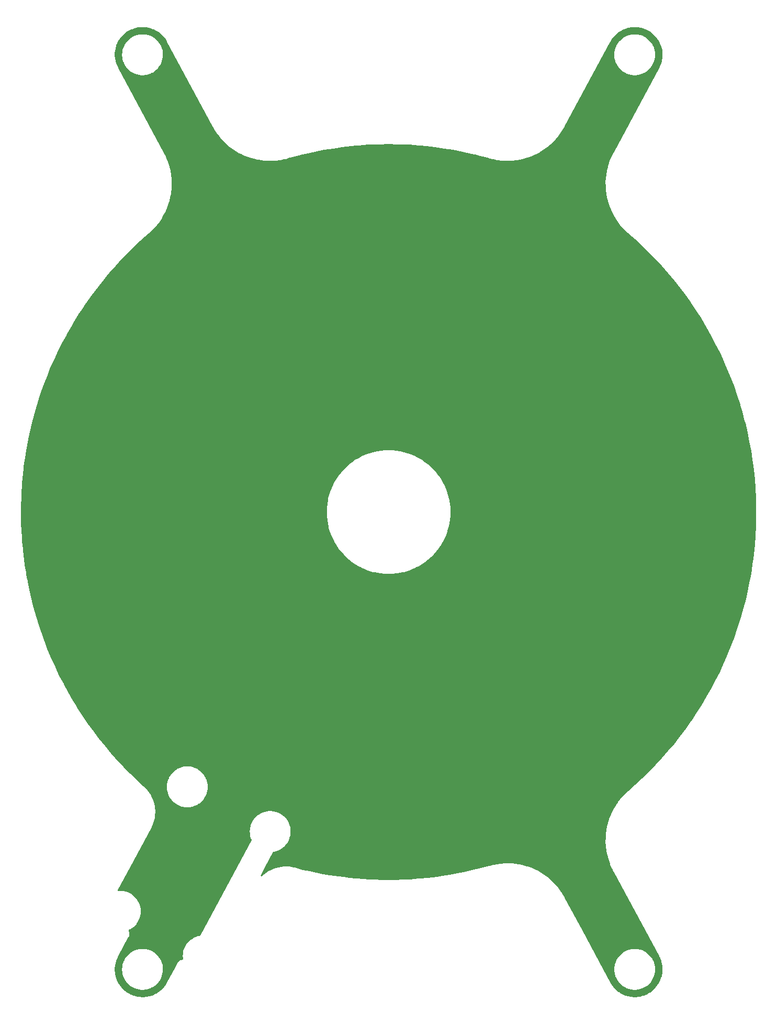
<source format=gbl>
%TF.GenerationSoftware,KiCad,Pcbnew,(6.0.7-1)-1*%
%TF.CreationDate,2023-02-20T21:14:53+08:00*%
%TF.ProjectId,layer5,6c617965-7235-42e6-9b69-6361645f7063,1.1*%
%TF.SameCoordinates,Original*%
%TF.FileFunction,Copper,L2,Bot*%
%TF.FilePolarity,Positive*%
%FSLAX46Y46*%
G04 Gerber Fmt 4.6, Leading zero omitted, Abs format (unit mm)*
G04 Created by KiCad (PCBNEW (6.0.7-1)-1) date 2023-02-20 21:14:53*
%MOMM*%
%LPD*%
G01*
G04 APERTURE LIST*
%TA.AperFunction,ViaPad*%
%ADD10C,0.800000*%
%TD*%
G04 APERTURE END LIST*
D10*
X69667951Y-103075346D03*
X92872595Y-147165535D03*
X113750000Y-150750000D03*
X150332049Y-116924654D03*
X71609094Y-124169098D03*
X136162951Y-78533748D03*
X116924654Y-69667951D03*
X147165535Y-127127405D03*
X103075346Y-150332049D03*
X124169098Y-148390906D03*
X150750000Y-106250000D03*
X143415535Y-86377405D03*
X78533748Y-83837049D03*
X83837049Y-141466252D03*
X69250000Y-113750000D03*
X137000000Y-155000000D03*
X86377405Y-76584465D03*
X106250000Y-69250000D03*
X72834465Y-92872595D03*
X127127405Y-72834465D03*
X148390906Y-95830902D03*
X141466252Y-136162951D03*
X133622595Y-143415535D03*
X95830902Y-71609094D03*
X76584465Y-133622595D03*
%TA.AperFunction,Conductor*%
G36*
X70262933Y-31553958D02*
G01*
X70442209Y-31556517D01*
X70453826Y-31557220D01*
X70557604Y-31568332D01*
X70854758Y-31600150D01*
X70866246Y-31601920D01*
X71063883Y-31641792D01*
X71261513Y-31681663D01*
X71272802Y-31684489D01*
X71659012Y-31800357D01*
X71669991Y-31804212D01*
X71927350Y-31908161D01*
X72043855Y-31955218D01*
X72054432Y-31960069D01*
X72115559Y-31991603D01*
X72412787Y-32144937D01*
X72422872Y-32150745D01*
X72762626Y-32367879D01*
X72772133Y-32374593D01*
X73090403Y-32622149D01*
X73099250Y-32629711D01*
X73393325Y-32905582D01*
X73401436Y-32913928D01*
X73668799Y-33215751D01*
X73676105Y-33224810D01*
X73914484Y-33550023D01*
X73920922Y-33559714D01*
X74108975Y-33873341D01*
X74119722Y-33896182D01*
X74123708Y-33907470D01*
X74134169Y-33922001D01*
X74142308Y-33933307D01*
X74150990Y-33947188D01*
X81514124Y-47622013D01*
X81522497Y-47641245D01*
X81523832Y-47645176D01*
X81528950Y-47660254D01*
X81534766Y-47671378D01*
X81537659Y-47675294D01*
X81538673Y-47676916D01*
X81540980Y-47680754D01*
X81844858Y-48207350D01*
X81845866Y-48208881D01*
X81845871Y-48208889D01*
X82184362Y-48722966D01*
X82185373Y-48724501D01*
X82186468Y-48725968D01*
X82186475Y-48725978D01*
X82554634Y-49219224D01*
X82554635Y-49219225D01*
X82555743Y-49220709D01*
X82954684Y-49694252D01*
X82955934Y-49695569D01*
X82955944Y-49695581D01*
X83150986Y-49901200D01*
X83380810Y-50143487D01*
X83382159Y-50144751D01*
X83831291Y-50565588D01*
X83831296Y-50565592D01*
X83832645Y-50566856D01*
X84308621Y-50962891D01*
X84807086Y-51330217D01*
X85326312Y-51667561D01*
X85327938Y-51668486D01*
X85841252Y-51960526D01*
X85864497Y-51973751D01*
X86157835Y-52118485D01*
X86418098Y-52246900D01*
X86418110Y-52246906D01*
X86419775Y-52247727D01*
X86421479Y-52248446D01*
X86421487Y-52248450D01*
X86988516Y-52487818D01*
X86988526Y-52487822D01*
X86990220Y-52488537D01*
X86991967Y-52489156D01*
X86991972Y-52489158D01*
X86991992Y-52489165D01*
X87573851Y-52695347D01*
X87857937Y-52777541D01*
X88166865Y-52866923D01*
X88166874Y-52866925D01*
X88168646Y-52867438D01*
X88170456Y-52867848D01*
X88170464Y-52867850D01*
X88529101Y-52949078D01*
X88772541Y-53004215D01*
X88774361Y-53004516D01*
X88774372Y-53004518D01*
X89027224Y-53046316D01*
X89383440Y-53105201D01*
X89385296Y-53105396D01*
X89385300Y-53105397D01*
X89997372Y-53169853D01*
X89997377Y-53169853D01*
X89999225Y-53170048D01*
X90391078Y-53188092D01*
X90615909Y-53198445D01*
X90615915Y-53198445D01*
X90617759Y-53198530D01*
X90783603Y-53196392D01*
X91235066Y-53190573D01*
X91235079Y-53190572D01*
X91236898Y-53190549D01*
X91238725Y-53190418D01*
X91238739Y-53190417D01*
X91647174Y-53161042D01*
X91854493Y-53146131D01*
X92217929Y-53098357D01*
X92466547Y-53065676D01*
X92466557Y-53065674D01*
X92468401Y-53065432D01*
X93076494Y-52948730D01*
X93078284Y-52948276D01*
X93078292Y-52948274D01*
X93324759Y-52885730D01*
X93652160Y-52802650D01*
X93659523Y-52801014D01*
X93659900Y-52800942D01*
X93664742Y-52800401D01*
X93670542Y-52798822D01*
X93670809Y-52798789D01*
X93671056Y-52798682D01*
X93676854Y-52797104D01*
X93681294Y-52795120D01*
X93681297Y-52795119D01*
X93690555Y-52790982D01*
X93698871Y-52787266D01*
X93717227Y-52780715D01*
X94411143Y-52592151D01*
X95124577Y-52398283D01*
X95127660Y-52397487D01*
X96041914Y-52173692D01*
X96584778Y-52040808D01*
X96587818Y-52040104D01*
X98053509Y-51720351D01*
X98056624Y-51719713D01*
X99529897Y-51437102D01*
X99532987Y-51436550D01*
X101012947Y-51191250D01*
X101016035Y-51190778D01*
X102501735Y-50982950D01*
X102504884Y-50982551D01*
X103127164Y-50911482D01*
X103995275Y-50812338D01*
X103998443Y-50812016D01*
X104689694Y-50750719D01*
X105492746Y-50679508D01*
X105495875Y-50679271D01*
X106993078Y-50584560D01*
X106996200Y-50584403D01*
X108495223Y-50527555D01*
X108498379Y-50527474D01*
X109998417Y-50508521D01*
X110001583Y-50508521D01*
X111501621Y-50527474D01*
X111504777Y-50527555D01*
X113003800Y-50584403D01*
X113006922Y-50584560D01*
X114504125Y-50679271D01*
X114507254Y-50679508D01*
X115310306Y-50750719D01*
X116001557Y-50812016D01*
X116004725Y-50812338D01*
X116872836Y-50911482D01*
X117495116Y-50982551D01*
X117498265Y-50982950D01*
X118983965Y-51190778D01*
X118987053Y-51191250D01*
X120467013Y-51436550D01*
X120470103Y-51437102D01*
X121943376Y-51719713D01*
X121946491Y-51720351D01*
X123412182Y-52040104D01*
X123415222Y-52040808D01*
X123958086Y-52173692D01*
X124872340Y-52397487D01*
X124875423Y-52398283D01*
X125567258Y-52586281D01*
X126275309Y-52778687D01*
X126296454Y-52786525D01*
X126311117Y-52793512D01*
X126316873Y-52795230D01*
X126317121Y-52795345D01*
X126317392Y-52795385D01*
X126323145Y-52797103D01*
X126327963Y-52797761D01*
X126329885Y-52798177D01*
X126334243Y-52799201D01*
X126921707Y-52948276D01*
X126921715Y-52948278D01*
X126923505Y-52948732D01*
X127531598Y-53065434D01*
X127533443Y-53065676D01*
X127533452Y-53065678D01*
X127781157Y-53098240D01*
X128145507Y-53146135D01*
X128352826Y-53161046D01*
X128761261Y-53190421D01*
X128761275Y-53190422D01*
X128763102Y-53190553D01*
X128764921Y-53190576D01*
X128764934Y-53190577D01*
X129218086Y-53196419D01*
X129382240Y-53198535D01*
X129384083Y-53198450D01*
X129384091Y-53198450D01*
X129640405Y-53186648D01*
X130000775Y-53170054D01*
X130002623Y-53169859D01*
X130002628Y-53169859D01*
X130614701Y-53105403D01*
X130614705Y-53105402D01*
X130616561Y-53105207D01*
X130872312Y-53062930D01*
X131225642Y-53004522D01*
X131225658Y-53004519D01*
X131227460Y-53004221D01*
X131229236Y-53003819D01*
X131229250Y-53003816D01*
X131616920Y-52916012D01*
X131831355Y-52867445D01*
X131833160Y-52866923D01*
X132080949Y-52795230D01*
X132426150Y-52695353D01*
X132427914Y-52694728D01*
X133008030Y-52489165D01*
X133008035Y-52489163D01*
X133009782Y-52488544D01*
X133011476Y-52487829D01*
X133011486Y-52487825D01*
X133578515Y-52248456D01*
X133578523Y-52248452D01*
X133580227Y-52247733D01*
X133581892Y-52246912D01*
X133581904Y-52246906D01*
X133945725Y-52067395D01*
X134135505Y-51973757D01*
X134137135Y-51972830D01*
X134282700Y-51890013D01*
X134673691Y-51667566D01*
X135192916Y-51330222D01*
X135691382Y-50962895D01*
X135872329Y-50812338D01*
X136165930Y-50568048D01*
X136165943Y-50568037D01*
X136167357Y-50566860D01*
X136168698Y-50565603D01*
X136168711Y-50565592D01*
X136617843Y-50144754D01*
X136617846Y-50144751D01*
X136619192Y-50143490D01*
X137036549Y-49703499D01*
X137044058Y-49695583D01*
X137044068Y-49695571D01*
X137045318Y-49694254D01*
X137444258Y-49220710D01*
X137814627Y-48724501D01*
X137815638Y-48722966D01*
X138154129Y-48208888D01*
X138154134Y-48208880D01*
X138155142Y-48207349D01*
X138451978Y-47692952D01*
X138455948Y-47686526D01*
X138456166Y-47686195D01*
X138459149Y-47682357D01*
X138461502Y-47678111D01*
X138461506Y-47678105D01*
X138462880Y-47675625D01*
X138462881Y-47675623D01*
X138465234Y-47671377D01*
X138467736Y-47664560D01*
X138474848Y-47645176D01*
X138482196Y-47628846D01*
X140760717Y-43397173D01*
X144728412Y-36028364D01*
X146518082Y-36028364D01*
X146518254Y-36031759D01*
X146518254Y-36031760D01*
X146525635Y-36177454D01*
X146536169Y-36385405D01*
X146536706Y-36388760D01*
X146536707Y-36388766D01*
X146551892Y-36483567D01*
X146592710Y-36738404D01*
X146687045Y-37083232D01*
X146785941Y-37334296D01*
X146814322Y-37406344D01*
X146818068Y-37415855D01*
X146819651Y-37418870D01*
X146982665Y-37729366D01*
X146982670Y-37729374D01*
X146984249Y-37732382D01*
X147183642Y-38029110D01*
X147413915Y-38302568D01*
X147672375Y-38549558D01*
X147955997Y-38767189D01*
X147958908Y-38768959D01*
X147958914Y-38768963D01*
X148095996Y-38852310D01*
X148261465Y-38952917D01*
X148585205Y-39104567D01*
X148588423Y-39105669D01*
X148588426Y-39105670D01*
X148920206Y-39219264D01*
X148920214Y-39219266D01*
X148923429Y-39220367D01*
X149272181Y-39298962D01*
X149321279Y-39304556D01*
X149623999Y-39339047D01*
X149624007Y-39339047D01*
X149627382Y-39339432D01*
X149630786Y-39339450D01*
X149630789Y-39339450D01*
X149825300Y-39340468D01*
X149984875Y-39341304D01*
X149988261Y-39340954D01*
X149988263Y-39340954D01*
X150337088Y-39304907D01*
X150337097Y-39304906D01*
X150340480Y-39304556D01*
X150343813Y-39303842D01*
X150343816Y-39303841D01*
X150452187Y-39280608D01*
X150690036Y-39229617D01*
X151029455Y-39117365D01*
X151354765Y-38969113D01*
X151449852Y-38912654D01*
X151659216Y-38788344D01*
X151659221Y-38788341D01*
X151662161Y-38786595D01*
X151688008Y-38767189D01*
X151792101Y-38689033D01*
X151948047Y-38571945D01*
X152209079Y-38327676D01*
X152442203Y-38056644D01*
X152618212Y-37800549D01*
X152642762Y-37764829D01*
X152642767Y-37764822D01*
X152644692Y-37762020D01*
X152646304Y-37759026D01*
X152646309Y-37759018D01*
X152812556Y-37450263D01*
X152814178Y-37447251D01*
X152948678Y-37116018D01*
X152957115Y-37086402D01*
X153045684Y-36775475D01*
X153046618Y-36772197D01*
X153106853Y-36419809D01*
X153108958Y-36385405D01*
X153128567Y-36064775D01*
X153128677Y-36062977D01*
X153128758Y-36039902D01*
X153109425Y-35682927D01*
X153051652Y-35330127D01*
X152956114Y-34985630D01*
X152953069Y-34977977D01*
X152825190Y-34656632D01*
X152825186Y-34656624D01*
X152823930Y-34653467D01*
X152818389Y-34643002D01*
X152658241Y-34340534D01*
X152658239Y-34340531D01*
X152656646Y-34337522D01*
X152456219Y-34041492D01*
X152224992Y-33768839D01*
X151965672Y-33522753D01*
X151962965Y-33520691D01*
X151962957Y-33520684D01*
X151802376Y-33398355D01*
X151681291Y-33306113D01*
X151375177Y-33121453D01*
X151366147Y-33117261D01*
X151053991Y-32972363D01*
X151053989Y-32972362D01*
X151050910Y-32970933D01*
X151047698Y-32969846D01*
X151047691Y-32969843D01*
X150715520Y-32857410D01*
X150715515Y-32857408D01*
X150712284Y-32856315D01*
X150363259Y-32778938D01*
X150237883Y-32765096D01*
X150011300Y-32740081D01*
X150011295Y-32740081D01*
X150007919Y-32739708D01*
X150004520Y-32739702D01*
X150004519Y-32739702D01*
X149835916Y-32739408D01*
X149650421Y-32739084D01*
X149517180Y-32753323D01*
X149298331Y-32776711D01*
X149298325Y-32776712D01*
X149294947Y-32777073D01*
X148945655Y-32853231D01*
X148606630Y-32966667D01*
X148281840Y-33116054D01*
X148278906Y-33117810D01*
X148278904Y-33117811D01*
X148272819Y-33121453D01*
X147975083Y-33299644D01*
X147689948Y-33515290D01*
X147429770Y-33760469D01*
X147427558Y-33763059D01*
X147427556Y-33763061D01*
X147392838Y-33803711D01*
X147197593Y-34032313D01*
X147195674Y-34035126D01*
X147195671Y-34035130D01*
X147056774Y-34238746D01*
X146996133Y-34327642D01*
X146994526Y-34330652D01*
X146994524Y-34330655D01*
X146879268Y-34546511D01*
X146827747Y-34643002D01*
X146826474Y-34646170D01*
X146826473Y-34646171D01*
X146702329Y-34954991D01*
X146694405Y-34974702D01*
X146597665Y-35318863D01*
X146538661Y-35671458D01*
X146518082Y-36028364D01*
X144728412Y-36028364D01*
X145845341Y-33954002D01*
X145855851Y-33937646D01*
X145864922Y-33925674D01*
X145870341Y-33918522D01*
X145877496Y-33899736D01*
X145887182Y-33879788D01*
X146079097Y-33559719D01*
X146085526Y-33550040D01*
X146323919Y-33224808D01*
X146331205Y-33215776D01*
X146598577Y-32913941D01*
X146606688Y-32905595D01*
X146742103Y-32778563D01*
X146900764Y-32629724D01*
X146909610Y-32622163D01*
X147227878Y-32374608D01*
X147237385Y-32367894D01*
X147577138Y-32150761D01*
X147587223Y-32144953D01*
X147884482Y-31991603D01*
X147945576Y-31960086D01*
X147956153Y-31955235D01*
X148078937Y-31905642D01*
X148330015Y-31804230D01*
X148340994Y-31800375D01*
X148727203Y-31684507D01*
X148738492Y-31681681D01*
X148936121Y-31641810D01*
X149133757Y-31601939D01*
X149145245Y-31600169D01*
X149443529Y-31568230D01*
X149546175Y-31557239D01*
X149557792Y-31556536D01*
X149743967Y-31553879D01*
X149960960Y-31550782D01*
X149972583Y-31551153D01*
X150215216Y-31570148D01*
X150374585Y-31582625D01*
X150386134Y-31584069D01*
X150489913Y-31601940D01*
X150783489Y-31652495D01*
X150794850Y-31654996D01*
X151184219Y-31759798D01*
X151195300Y-31763337D01*
X151305503Y-31804231D01*
X151573322Y-31903613D01*
X151584036Y-31908161D01*
X151947527Y-32082730D01*
X151957754Y-32088238D01*
X152062029Y-32150761D01*
X152303570Y-32295590D01*
X152313262Y-32302028D01*
X152407400Y-32371030D01*
X152638476Y-32540407D01*
X152647535Y-32547714D01*
X152949357Y-32815076D01*
X152957703Y-32823187D01*
X153233573Y-33117261D01*
X153241135Y-33126108D01*
X153488686Y-33444371D01*
X153495400Y-33453877D01*
X153556848Y-33550025D01*
X153698349Y-33771433D01*
X153712541Y-33793640D01*
X153718346Y-33803721D01*
X153903208Y-34162064D01*
X153903212Y-34162072D01*
X153908064Y-34172651D01*
X154059068Y-34546511D01*
X154062924Y-34557492D01*
X154178792Y-34943701D01*
X154181618Y-34954990D01*
X154261359Y-35350247D01*
X154263131Y-35361750D01*
X154306060Y-35762673D01*
X154306763Y-35774289D01*
X154310910Y-36064775D01*
X154312518Y-36177454D01*
X154312147Y-36189086D01*
X154280675Y-36591082D01*
X154279231Y-36602630D01*
X154210807Y-36999983D01*
X154208307Y-37011342D01*
X154179284Y-37119170D01*
X154103503Y-37400718D01*
X154099964Y-37411798D01*
X153982637Y-37727974D01*
X153959688Y-37789819D01*
X153955140Y-37800532D01*
X153844110Y-38031722D01*
X153796741Y-38130354D01*
X153783591Y-38151895D01*
X153776478Y-38161283D01*
X153773284Y-38169668D01*
X153773281Y-38169674D01*
X153765145Y-38191036D01*
X153758337Y-38205923D01*
X148941440Y-47151873D01*
X146481750Y-51720015D01*
X146395207Y-51880742D01*
X146383758Y-51898321D01*
X146374429Y-51910326D01*
X146374423Y-51910335D01*
X146371439Y-51914175D01*
X146365354Y-51925155D01*
X146363677Y-51929727D01*
X146362577Y-51932132D01*
X146360640Y-51936176D01*
X146341401Y-51974574D01*
X146089450Y-52477433D01*
X146089441Y-52477453D01*
X146088622Y-52479087D01*
X145844327Y-53048047D01*
X145843691Y-53049807D01*
X145843687Y-53049818D01*
X145789972Y-53198511D01*
X145633951Y-53630401D01*
X145633424Y-53632182D01*
X145633421Y-53632191D01*
X145518180Y-54021558D01*
X145458224Y-54224131D01*
X145317755Y-54827176D01*
X145213032Y-55437445D01*
X145144419Y-56052820D01*
X145112152Y-56671168D01*
X145116345Y-57290342D01*
X145156982Y-57908196D01*
X145157212Y-57910030D01*
X145157213Y-57910044D01*
X145233689Y-58520719D01*
X145233923Y-58522586D01*
X145346900Y-59131381D01*
X145495522Y-59732469D01*
X145679274Y-60323764D01*
X145897517Y-60903216D01*
X146149495Y-61468815D01*
X146434334Y-62018598D01*
X146751045Y-62550659D01*
X147098530Y-63063152D01*
X147475584Y-63554299D01*
X147880899Y-64022396D01*
X148313068Y-64465820D01*
X148314429Y-64467061D01*
X148314432Y-64467064D01*
X148751906Y-64865992D01*
X148757331Y-64871245D01*
X148757601Y-64871522D01*
X148760717Y-64875266D01*
X148765224Y-64879235D01*
X148765403Y-64879445D01*
X148765634Y-64879596D01*
X148770137Y-64883562D01*
X148786736Y-64894147D01*
X148790420Y-64896496D01*
X148806014Y-64908234D01*
X149908680Y-65880699D01*
X149918939Y-65889747D01*
X149921340Y-65891920D01*
X151039219Y-66930073D01*
X151041563Y-66932307D01*
X152132376Y-67998821D01*
X152134662Y-68001114D01*
X153197710Y-69095306D01*
X153199937Y-69097657D01*
X154234555Y-70218846D01*
X154236720Y-70221254D01*
X155242157Y-71368622D01*
X155244259Y-71371084D01*
X156219880Y-72543908D01*
X156221919Y-72546424D01*
X157167091Y-73743944D01*
X157169064Y-73746511D01*
X157992337Y-74846572D01*
X158083140Y-74967904D01*
X158085041Y-74970513D01*
X158870107Y-76077730D01*
X158967464Y-76215038D01*
X158969302Y-76217703D01*
X159819417Y-77484438D01*
X159821187Y-77487150D01*
X160532118Y-78607681D01*
X160638491Y-78775341D01*
X160640190Y-78778097D01*
X161424112Y-80086847D01*
X161425740Y-80089646D01*
X162175771Y-81418101D01*
X162177327Y-81420941D01*
X162892989Y-82768256D01*
X162894471Y-82771135D01*
X163575260Y-84136365D01*
X163576668Y-84139281D01*
X164102163Y-85264603D01*
X164222167Y-85521587D01*
X164223499Y-85524538D01*
X164833252Y-86922945D01*
X164834508Y-86925929D01*
X165408135Y-88339560D01*
X165409314Y-88342576D01*
X165946424Y-89770476D01*
X165947525Y-89773521D01*
X166447771Y-91214760D01*
X166448793Y-91217832D01*
X166800970Y-92323400D01*
X166911836Y-92671437D01*
X166912773Y-92674514D01*
X167231346Y-93771285D01*
X167338317Y-94139562D01*
X167339173Y-94142657D01*
X167625644Y-95232733D01*
X167726928Y-95618140D01*
X167727711Y-95621282D01*
X168077421Y-97106233D01*
X168078123Y-97109394D01*
X168389566Y-98602864D01*
X168390186Y-98606042D01*
X168657137Y-100073955D01*
X168663147Y-100107005D01*
X168663683Y-100110187D01*
X168887709Y-101551551D01*
X168897984Y-101617662D01*
X168898436Y-101620839D01*
X168935416Y-101907048D01*
X169093926Y-103133853D01*
X169094300Y-103137070D01*
X169250846Y-104654599D01*
X169251137Y-104657823D01*
X169368637Y-106178868D01*
X169368845Y-106182100D01*
X169447223Y-107705696D01*
X169447347Y-107708931D01*
X169486547Y-109233959D01*
X169486589Y-109237197D01*
X169486589Y-110762803D01*
X169486547Y-110766041D01*
X169447347Y-112291069D01*
X169447223Y-112294304D01*
X169368845Y-113817900D01*
X169368637Y-113821132D01*
X169251137Y-115342177D01*
X169250846Y-115345401D01*
X169094300Y-116862930D01*
X169093926Y-116866143D01*
X168935260Y-118094164D01*
X168898440Y-118379133D01*
X168897988Y-118382310D01*
X168741248Y-119390766D01*
X168663685Y-119889802D01*
X168663149Y-119892984D01*
X168577884Y-120361843D01*
X168390186Y-121393958D01*
X168389566Y-121397136D01*
X168078123Y-122890606D01*
X168077421Y-122893767D01*
X167891296Y-123684099D01*
X167727711Y-124378718D01*
X167726936Y-124381828D01*
X167339180Y-125857317D01*
X167338324Y-125860413D01*
X166912779Y-127325465D01*
X166911836Y-127328563D01*
X166448793Y-128782168D01*
X166447771Y-128785240D01*
X165947525Y-130226479D01*
X165946424Y-130229524D01*
X165409314Y-131657424D01*
X165408135Y-131660440D01*
X164834508Y-133074071D01*
X164833252Y-133077055D01*
X164378084Y-134120938D01*
X164223499Y-134475462D01*
X164222167Y-134478413D01*
X163576668Y-135860719D01*
X163575260Y-135863635D01*
X162894471Y-137228865D01*
X162892989Y-137231744D01*
X162177327Y-138579059D01*
X162175771Y-138581899D01*
X161425740Y-139910354D01*
X161424112Y-139913153D01*
X160640190Y-141221903D01*
X160638499Y-141224646D01*
X160319678Y-141727155D01*
X159821187Y-142512850D01*
X159819417Y-142515562D01*
X159116666Y-143562714D01*
X158969302Y-143782297D01*
X158967464Y-143784962D01*
X158085047Y-145029479D01*
X158083140Y-145032096D01*
X157169064Y-146253489D01*
X157167091Y-146256056D01*
X156221919Y-147453576D01*
X156219880Y-147456092D01*
X155244259Y-148628916D01*
X155242157Y-148631378D01*
X154236720Y-149778746D01*
X154234555Y-149781154D01*
X153199937Y-150902343D01*
X153197726Y-150904677D01*
X152609808Y-151509820D01*
X152134662Y-151998886D01*
X152132376Y-152001179D01*
X151041563Y-153067693D01*
X151039219Y-153069927D01*
X149921359Y-154108062D01*
X149918959Y-154110235D01*
X148811819Y-155086648D01*
X148793602Y-155100012D01*
X148783930Y-155105851D01*
X148783924Y-155105855D01*
X148779759Y-155108370D01*
X148775151Y-155112233D01*
X148774923Y-155112375D01*
X148774744Y-155112575D01*
X148770140Y-155116435D01*
X148766932Y-155120102D01*
X148765527Y-155121478D01*
X148762273Y-155124552D01*
X148313065Y-155534174D01*
X148311784Y-155535488D01*
X148311774Y-155535498D01*
X147940820Y-155916109D01*
X147880892Y-155977597D01*
X147475573Y-156445693D01*
X147474444Y-156447164D01*
X147474438Y-156447171D01*
X147122115Y-156906099D01*
X147098516Y-156936839D01*
X147093150Y-156944753D01*
X146818679Y-157349556D01*
X146751027Y-157449332D01*
X146750084Y-157450916D01*
X146750079Y-157450924D01*
X146570818Y-157752072D01*
X146434312Y-157981393D01*
X146433453Y-157983051D01*
X146433448Y-157983060D01*
X146329738Y-158183235D01*
X146149470Y-158531177D01*
X145897489Y-159096776D01*
X145896839Y-159098502D01*
X145896834Y-159098514D01*
X145755017Y-159475047D01*
X145679244Y-159676229D01*
X145495490Y-160267526D01*
X145346866Y-160868615D01*
X145233888Y-161477412D01*
X145233655Y-161479273D01*
X145233654Y-161479279D01*
X145163001Y-162043455D01*
X145156946Y-162091803D01*
X145116309Y-162709659D01*
X145116297Y-162711499D01*
X145116296Y-162711514D01*
X145116128Y-162736317D01*
X145112116Y-163328836D01*
X145144383Y-163947185D01*
X145169211Y-164169857D01*
X145212791Y-164560710D01*
X145212793Y-164560727D01*
X145212998Y-164562562D01*
X145213313Y-164564396D01*
X145213313Y-164564398D01*
X145260721Y-164840666D01*
X145317722Y-165172833D01*
X145458192Y-165775879D01*
X145633922Y-166369610D01*
X145634548Y-166371343D01*
X145634552Y-166371355D01*
X145792811Y-166809435D01*
X145844301Y-166951966D01*
X145845027Y-166953656D01*
X145845031Y-166953667D01*
X145957999Y-167216763D01*
X146088599Y-167520926D01*
X146089418Y-167522561D01*
X146089421Y-167522567D01*
X146227455Y-167798061D01*
X146350130Y-168042901D01*
X146354648Y-168051919D01*
X146357829Y-168058775D01*
X146357975Y-168059116D01*
X146359539Y-168063723D01*
X146365355Y-168074847D01*
X146368243Y-168078757D01*
X146381937Y-168097297D01*
X146391526Y-168112421D01*
X147079727Y-169390551D01*
X153754668Y-181787264D01*
X153762536Y-181805040D01*
X153767537Y-181819201D01*
X153767539Y-181819205D01*
X153770527Y-181827666D01*
X153775770Y-181834949D01*
X153775771Y-181834951D01*
X153782274Y-181843985D01*
X153793594Y-181863050D01*
X153839719Y-181959091D01*
X153925055Y-182136778D01*
X153955154Y-182199451D01*
X153959701Y-182210159D01*
X154099982Y-182588196D01*
X154103519Y-182599269D01*
X154156694Y-182796832D01*
X154208322Y-182988645D01*
X154210824Y-183000010D01*
X154279250Y-183397366D01*
X154280694Y-183408915D01*
X154289112Y-183516435D01*
X154310426Y-183788683D01*
X154312166Y-183810913D01*
X154312537Y-183822540D01*
X154310407Y-183971750D01*
X154306782Y-184225711D01*
X154306079Y-184237328D01*
X154263149Y-184638256D01*
X154261377Y-184649758D01*
X154232447Y-184793162D01*
X154181637Y-185045018D01*
X154178815Y-185056290D01*
X154084560Y-185370459D01*
X154062941Y-185442519D01*
X154059089Y-185453489D01*
X153965570Y-185685025D01*
X153908081Y-185827357D01*
X153903229Y-185837936D01*
X153718362Y-186196289D01*
X153712554Y-186206374D01*
X153495420Y-186546128D01*
X153488706Y-186555635D01*
X153241150Y-186873904D01*
X153233588Y-186882751D01*
X152957716Y-187176827D01*
X152949370Y-187184938D01*
X152647547Y-187452300D01*
X152638488Y-187459606D01*
X152313275Y-187697985D01*
X152303584Y-187704423D01*
X151957763Y-187911780D01*
X151947536Y-187917287D01*
X151724975Y-188024173D01*
X151584042Y-188091857D01*
X151573328Y-188096405D01*
X151195306Y-188236681D01*
X151184232Y-188240218D01*
X150794848Y-188345025D01*
X150783493Y-188347524D01*
X150584812Y-188381737D01*
X150386136Y-188415949D01*
X150374589Y-188417393D01*
X149972584Y-188448866D01*
X149960961Y-188449237D01*
X149737067Y-188446042D01*
X149557791Y-188443483D01*
X149546174Y-188442780D01*
X149442396Y-188431668D01*
X149145242Y-188399850D01*
X149133754Y-188398080D01*
X148878257Y-188346535D01*
X148738487Y-188318337D01*
X148727198Y-188315511D01*
X148340988Y-188199643D01*
X148330007Y-188195787D01*
X148329963Y-188195769D01*
X147956143Y-188044781D01*
X147945566Y-188039930D01*
X147884469Y-188008411D01*
X147587213Y-187855063D01*
X147577128Y-187849255D01*
X147237374Y-187632121D01*
X147227867Y-187625407D01*
X146909597Y-187377851D01*
X146900750Y-187370289D01*
X146606675Y-187094418D01*
X146598564Y-187086072D01*
X146331201Y-186784249D01*
X146323895Y-186775190D01*
X146085516Y-186449977D01*
X146079076Y-186440283D01*
X145926241Y-186185390D01*
X145891025Y-186126658D01*
X145880278Y-186103818D01*
X145879281Y-186100994D01*
X145879280Y-186100993D01*
X145876292Y-186092530D01*
X145857692Y-186066693D01*
X145849010Y-186052812D01*
X144715987Y-183948560D01*
X146518082Y-183948560D01*
X146518254Y-183951955D01*
X146518254Y-183951956D01*
X146523250Y-184050580D01*
X146536169Y-184305601D01*
X146536706Y-184308956D01*
X146536707Y-184308962D01*
X146555612Y-184426987D01*
X146592710Y-184658600D01*
X146687045Y-185003428D01*
X146707872Y-185056300D01*
X146813637Y-185324801D01*
X146818068Y-185336051D01*
X146819651Y-185339066D01*
X146982665Y-185649562D01*
X146982670Y-185649570D01*
X146984249Y-185652578D01*
X147183642Y-185949306D01*
X147413915Y-186222764D01*
X147672375Y-186469754D01*
X147955997Y-186687385D01*
X147958908Y-186689155D01*
X147958914Y-186689159D01*
X148095996Y-186772506D01*
X148261465Y-186873113D01*
X148585205Y-187024763D01*
X148588423Y-187025865D01*
X148588426Y-187025866D01*
X148920206Y-187139460D01*
X148920214Y-187139462D01*
X148923429Y-187140563D01*
X149272181Y-187219158D01*
X149321279Y-187224752D01*
X149623999Y-187259243D01*
X149624007Y-187259243D01*
X149627382Y-187259628D01*
X149630786Y-187259646D01*
X149630789Y-187259646D01*
X149825300Y-187260664D01*
X149984875Y-187261500D01*
X149988261Y-187261150D01*
X149988263Y-187261150D01*
X150337088Y-187225103D01*
X150337097Y-187225102D01*
X150340480Y-187224752D01*
X150343813Y-187224038D01*
X150343816Y-187224037D01*
X150452187Y-187200804D01*
X150690036Y-187149813D01*
X151029455Y-187037561D01*
X151354765Y-186889309D01*
X151546994Y-186775172D01*
X151659216Y-186708540D01*
X151659221Y-186708537D01*
X151662161Y-186706791D01*
X151688008Y-186687385D01*
X151838899Y-186574092D01*
X151948047Y-186492141D01*
X152209079Y-186247872D01*
X152442203Y-185976840D01*
X152537669Y-185837936D01*
X152642762Y-185685025D01*
X152642767Y-185685018D01*
X152644692Y-185682216D01*
X152646304Y-185679222D01*
X152646309Y-185679214D01*
X152812556Y-185370459D01*
X152814178Y-185367447D01*
X152948678Y-185036214D01*
X152957115Y-185006598D01*
X153045684Y-184695671D01*
X153046618Y-184692393D01*
X153106853Y-184340005D01*
X153108080Y-184319957D01*
X153128567Y-183984971D01*
X153128677Y-183983173D01*
X153128758Y-183960098D01*
X153109425Y-183603123D01*
X153051652Y-183250323D01*
X152956114Y-182905826D01*
X152953069Y-182898173D01*
X152825190Y-182576828D01*
X152825186Y-182576820D01*
X152823930Y-182573663D01*
X152816954Y-182560488D01*
X152658241Y-182260730D01*
X152658239Y-182260727D01*
X152656646Y-182257718D01*
X152456219Y-181961688D01*
X152224992Y-181689035D01*
X151965672Y-181442949D01*
X151962965Y-181440887D01*
X151962957Y-181440880D01*
X151792421Y-181310967D01*
X151681291Y-181226309D01*
X151375177Y-181041649D01*
X151360468Y-181034821D01*
X151053991Y-180892559D01*
X151053989Y-180892558D01*
X151050910Y-180891129D01*
X151047698Y-180890042D01*
X151047691Y-180890039D01*
X150715520Y-180777606D01*
X150715515Y-180777604D01*
X150712284Y-180776511D01*
X150363259Y-180699134D01*
X150237883Y-180685292D01*
X150011300Y-180660277D01*
X150011295Y-180660277D01*
X150007919Y-180659904D01*
X150004520Y-180659898D01*
X150004519Y-180659898D01*
X149835916Y-180659604D01*
X149650421Y-180659280D01*
X149517180Y-180673519D01*
X149298331Y-180696907D01*
X149298325Y-180696908D01*
X149294947Y-180697269D01*
X148945655Y-180773427D01*
X148606630Y-180886863D01*
X148281840Y-181036250D01*
X148278906Y-181038006D01*
X148278904Y-181038007D01*
X148272819Y-181041649D01*
X147975083Y-181219840D01*
X147689948Y-181435486D01*
X147429770Y-181680665D01*
X147197593Y-181952509D01*
X147195674Y-181955322D01*
X147195671Y-181955326D01*
X147021821Y-182210181D01*
X146996133Y-182247838D01*
X146994526Y-182250848D01*
X146994524Y-182250851D01*
X146871049Y-182482100D01*
X146827747Y-182563198D01*
X146826474Y-182566366D01*
X146826473Y-182566367D01*
X146731978Y-182801433D01*
X146694405Y-182894898D01*
X146693486Y-182898166D01*
X146693484Y-182898173D01*
X146598586Y-183235781D01*
X146597665Y-183239059D01*
X146597103Y-183242416D01*
X146597103Y-183242417D01*
X146571174Y-183397366D01*
X146538661Y-183591654D01*
X146518082Y-183948560D01*
X144715987Y-183948560D01*
X141339278Y-177677331D01*
X138485872Y-172377982D01*
X138477503Y-172358759D01*
X138471049Y-172339745D01*
X138468674Y-172335202D01*
X138467486Y-172332929D01*
X138467482Y-172332923D01*
X138465233Y-172328621D01*
X138462346Y-172324713D01*
X138461034Y-172322616D01*
X138458722Y-172318770D01*
X138296814Y-172038197D01*
X138155124Y-171792660D01*
X137958368Y-171493840D01*
X137815620Y-171277045D01*
X137815615Y-171277038D01*
X137814609Y-171275510D01*
X137805263Y-171262988D01*
X137445348Y-170780788D01*
X137445338Y-170780775D01*
X137444239Y-170779303D01*
X137045300Y-170305761D01*
X136619173Y-169856527D01*
X136485567Y-169731338D01*
X136168693Y-169434426D01*
X136168680Y-169434415D01*
X136167339Y-169433158D01*
X136165925Y-169431981D01*
X136165912Y-169431970D01*
X135692770Y-169038293D01*
X135692769Y-169038293D01*
X135691365Y-169037124D01*
X135192900Y-168669798D01*
X134673675Y-168332455D01*
X134135491Y-168026265D01*
X134133836Y-168025448D01*
X134133822Y-168025441D01*
X133581891Y-167753116D01*
X133581879Y-167753110D01*
X133580214Y-167752289D01*
X133578510Y-167751570D01*
X133578502Y-167751566D01*
X133011475Y-167512197D01*
X133011465Y-167512193D01*
X133009771Y-167511478D01*
X132540096Y-167345048D01*
X132427888Y-167305287D01*
X132427886Y-167305286D01*
X132426141Y-167304668D01*
X132072407Y-167202322D01*
X131833128Y-167133091D01*
X131833119Y-167133089D01*
X131831347Y-167132576D01*
X131829537Y-167132166D01*
X131829529Y-167132164D01*
X131229273Y-166996211D01*
X131227454Y-166995799D01*
X131225633Y-166995498D01*
X131225623Y-166995496D01*
X130989767Y-166956507D01*
X130616556Y-166894811D01*
X130614700Y-166894616D01*
X130614696Y-166894615D01*
X130002625Y-166830158D01*
X130002620Y-166830158D01*
X130000772Y-166829963D01*
X129610835Y-166812006D01*
X129384089Y-166801564D01*
X129384082Y-166801564D01*
X129382239Y-166801479D01*
X129210661Y-166803690D01*
X128764934Y-166809435D01*
X128764921Y-166809436D01*
X128763101Y-166809459D01*
X128145507Y-166853875D01*
X128143653Y-166854119D01*
X128143650Y-166854119D01*
X128012581Y-166871348D01*
X127531599Y-166934572D01*
X127529764Y-166934924D01*
X127529765Y-166934924D01*
X126925330Y-167050921D01*
X126925325Y-167050922D01*
X126923507Y-167051271D01*
X126347837Y-167197351D01*
X126340452Y-167198991D01*
X126340098Y-167199059D01*
X126335260Y-167199599D01*
X126329461Y-167201177D01*
X126329191Y-167201211D01*
X126328941Y-167201319D01*
X126323148Y-167202896D01*
X126301012Y-167212786D01*
X126282710Y-167219322D01*
X124924581Y-167589003D01*
X124921603Y-167589774D01*
X123514273Y-167936178D01*
X123511277Y-167936877D01*
X122095850Y-168248835D01*
X122092838Y-168249460D01*
X121564006Y-168352545D01*
X120670251Y-168526764D01*
X120667268Y-168527308D01*
X119812547Y-168672356D01*
X119238302Y-168769806D01*
X119235263Y-168770284D01*
X118774959Y-168836882D01*
X117800773Y-168977829D01*
X117797776Y-168978225D01*
X117078225Y-169064455D01*
X116358701Y-169150682D01*
X116355643Y-169151011D01*
X114912773Y-169288287D01*
X114909707Y-169288541D01*
X114058564Y-169348595D01*
X113463914Y-169390552D01*
X113460869Y-169390729D01*
X112826646Y-169419940D01*
X112013021Y-169457414D01*
X112009947Y-169457518D01*
X111422867Y-169470207D01*
X110560890Y-169488837D01*
X110557864Y-169488866D01*
X109717419Y-169486508D01*
X109108436Y-169484800D01*
X109105360Y-169484753D01*
X107656569Y-169445308D01*
X107653495Y-169445187D01*
X106594639Y-169390464D01*
X106206051Y-169370382D01*
X106202989Y-169370186D01*
X105987177Y-169353742D01*
X104757797Y-169260068D01*
X104754733Y-169259797D01*
X103612200Y-169144625D01*
X103312654Y-169114429D01*
X103309608Y-169114085D01*
X102705849Y-169038293D01*
X101871495Y-168933554D01*
X101868448Y-168933133D01*
X101269341Y-168843019D01*
X100435211Y-168717554D01*
X100432262Y-168717074D01*
X99429070Y-168541036D01*
X99004619Y-168466554D01*
X99001596Y-168465985D01*
X97580593Y-168180707D01*
X97577585Y-168180065D01*
X97197790Y-168094122D01*
X96163898Y-167860165D01*
X96160971Y-167859465D01*
X94803646Y-167517282D01*
X94782403Y-167509854D01*
X94767498Y-167503093D01*
X94761709Y-167501482D01*
X94761460Y-167501373D01*
X94761190Y-167501338D01*
X94755404Y-167499728D01*
X94750572Y-167499160D01*
X94746656Y-167498390D01*
X94739778Y-167497222D01*
X94598409Y-167465628D01*
X94334848Y-167406727D01*
X94334839Y-167406725D01*
X94332448Y-167406191D01*
X93903627Y-167345202D01*
X93580456Y-167324917D01*
X93473811Y-167318223D01*
X93473810Y-167318223D01*
X93471341Y-167318068D01*
X93468871Y-167318107D01*
X93468859Y-167318107D01*
X93201010Y-167322368D01*
X93038259Y-167324956D01*
X92607055Y-167365824D01*
X92180390Y-167440419D01*
X91760898Y-167548282D01*
X91351170Y-167688745D01*
X91348913Y-167689723D01*
X91348905Y-167689726D01*
X90955995Y-167859962D01*
X90955987Y-167859966D01*
X90953734Y-167860942D01*
X90951568Y-167862090D01*
X90951556Y-167862096D01*
X90580544Y-168058775D01*
X90571044Y-168063811D01*
X90205462Y-168296098D01*
X89859245Y-168556370D01*
X89534531Y-168843019D01*
X89532806Y-168844802D01*
X89530345Y-168847345D01*
X89468600Y-168882390D01*
X89397711Y-168878489D01*
X89340183Y-168836882D01*
X89314283Y-168770779D01*
X89328857Y-168699991D01*
X89973403Y-167502939D01*
X91334772Y-164974603D01*
X91384677Y-164924108D01*
X91419299Y-164911138D01*
X91454059Y-164903686D01*
X91704870Y-164849916D01*
X92044289Y-164737664D01*
X92369599Y-164589412D01*
X92464686Y-164532953D01*
X92674050Y-164408643D01*
X92674055Y-164408640D01*
X92676995Y-164406894D01*
X92702842Y-164387488D01*
X92861492Y-164268369D01*
X92962881Y-164192244D01*
X93223913Y-163947975D01*
X93457037Y-163676943D01*
X93458969Y-163674132D01*
X93657596Y-163385128D01*
X93657601Y-163385121D01*
X93659526Y-163382319D01*
X93661138Y-163379325D01*
X93661143Y-163379317D01*
X93827390Y-163070562D01*
X93829012Y-163067550D01*
X93963512Y-162736317D01*
X93970578Y-162711514D01*
X94060518Y-162395774D01*
X94061452Y-162392496D01*
X94112851Y-162091803D01*
X94121115Y-162043455D01*
X94121115Y-162043453D01*
X94121687Y-162040108D01*
X94123792Y-162005704D01*
X94143401Y-161685074D01*
X94143511Y-161683276D01*
X94143592Y-161660201D01*
X94124259Y-161303226D01*
X94066486Y-160950426D01*
X93970948Y-160605929D01*
X93967903Y-160598276D01*
X93840024Y-160276931D01*
X93840020Y-160276923D01*
X93838764Y-160273766D01*
X93837171Y-160270757D01*
X93673075Y-159960833D01*
X93673073Y-159960830D01*
X93671480Y-159957821D01*
X93479656Y-159674497D01*
X93472963Y-159664612D01*
X93472963Y-159664611D01*
X93471053Y-159661791D01*
X93239826Y-159389138D01*
X92980506Y-159143052D01*
X92977799Y-159140990D01*
X92977791Y-159140983D01*
X92817210Y-159018654D01*
X92696125Y-158926412D01*
X92390011Y-158741752D01*
X92375302Y-158734924D01*
X92068825Y-158592662D01*
X92068823Y-158592661D01*
X92065744Y-158591232D01*
X92062532Y-158590145D01*
X92062525Y-158590142D01*
X91730354Y-158477709D01*
X91730349Y-158477707D01*
X91727118Y-158476614D01*
X91378093Y-158399237D01*
X91252717Y-158385395D01*
X91026134Y-158360380D01*
X91026129Y-158360380D01*
X91022753Y-158360007D01*
X91019354Y-158360001D01*
X91019353Y-158360001D01*
X90850750Y-158359707D01*
X90665255Y-158359383D01*
X90532014Y-158373622D01*
X90313165Y-158397010D01*
X90313159Y-158397011D01*
X90309781Y-158397372D01*
X89960489Y-158473530D01*
X89621464Y-158586966D01*
X89296674Y-158736353D01*
X89293740Y-158738109D01*
X89293738Y-158738110D01*
X89287653Y-158741752D01*
X88989917Y-158919943D01*
X88704782Y-159135589D01*
X88444604Y-159380768D01*
X88212427Y-159652612D01*
X88210508Y-159655425D01*
X88210505Y-159655429D01*
X88045109Y-159897891D01*
X88010967Y-159947941D01*
X88009360Y-159950951D01*
X88009358Y-159950954D01*
X88004083Y-159960833D01*
X87842581Y-160263301D01*
X87841308Y-160266469D01*
X87841307Y-160266470D01*
X87840883Y-160267526D01*
X87709239Y-160595001D01*
X87708320Y-160598269D01*
X87708318Y-160598276D01*
X87632329Y-160868615D01*
X87612499Y-160939162D01*
X87611937Y-160942519D01*
X87611937Y-160942520D01*
X87579942Y-161133718D01*
X87553495Y-161291757D01*
X87532916Y-161648663D01*
X87533088Y-161652058D01*
X87533088Y-161652059D01*
X87547482Y-161936199D01*
X87551003Y-162005704D01*
X87551540Y-162009059D01*
X87551541Y-162009065D01*
X87564498Y-162089955D01*
X87607544Y-162358703D01*
X87701879Y-162703531D01*
X87804419Y-162963845D01*
X87810775Y-163034557D01*
X87798127Y-163069757D01*
X86022293Y-166367839D01*
X79504320Y-178473028D01*
X79454414Y-178523524D01*
X79420222Y-178536401D01*
X79254850Y-178572458D01*
X79122832Y-178601243D01*
X78783807Y-178714679D01*
X78780714Y-178716101D01*
X78780713Y-178716102D01*
X78774532Y-178718945D01*
X78459017Y-178864066D01*
X78152260Y-179047656D01*
X77867125Y-179263302D01*
X77606947Y-179508481D01*
X77374770Y-179780325D01*
X77173310Y-180075654D01*
X77004924Y-180391014D01*
X77003651Y-180394182D01*
X77003650Y-180394183D01*
X76881811Y-180697269D01*
X76871582Y-180722714D01*
X76870663Y-180725982D01*
X76870661Y-180725989D01*
X76781437Y-181043411D01*
X76774842Y-181066875D01*
X76774280Y-181070232D01*
X76774280Y-181070233D01*
X76726254Y-181357229D01*
X76715838Y-181419470D01*
X76695259Y-181776376D01*
X76713346Y-182133417D01*
X76713883Y-182136772D01*
X76713884Y-182136778D01*
X76720965Y-182180984D01*
X76732804Y-182254894D01*
X76735840Y-182273851D01*
X76726864Y-182344278D01*
X76681237Y-182398672D01*
X76626125Y-182418919D01*
X76506428Y-182432978D01*
X76337410Y-182483681D01*
X76179764Y-182562963D01*
X76145914Y-182588192D01*
X76042695Y-182665124D01*
X76042692Y-182665126D01*
X76038280Y-182668415D01*
X75917256Y-182796832D01*
X75914236Y-182801430D01*
X75914233Y-182801433D01*
X75845892Y-182905463D01*
X75840073Y-182913598D01*
X75828230Y-182928838D01*
X75825243Y-182932682D01*
X75819157Y-182943661D01*
X75809536Y-182969877D01*
X75802190Y-182986201D01*
X75358128Y-183810914D01*
X74193411Y-185974029D01*
X74154661Y-186045995D01*
X74144150Y-186062353D01*
X74129659Y-186081478D01*
X74126465Y-186089864D01*
X74122504Y-186100264D01*
X74112818Y-186120212D01*
X73920903Y-186440281D01*
X73914474Y-186449960D01*
X73676082Y-186775190D01*
X73668795Y-186784224D01*
X73445638Y-187036145D01*
X73401423Y-187086059D01*
X73393312Y-187094405D01*
X73217167Y-187259646D01*
X73099237Y-187370275D01*
X73090390Y-187377837D01*
X72772122Y-187625392D01*
X72762615Y-187632106D01*
X72422862Y-187849239D01*
X72412777Y-187855047D01*
X72115491Y-188008411D01*
X72054426Y-188039913D01*
X72043849Y-188044764D01*
X71921019Y-188094376D01*
X71669987Y-188195769D01*
X71659006Y-188199625D01*
X71272797Y-188315493D01*
X71261508Y-188318319D01*
X71121742Y-188346516D01*
X70866243Y-188398061D01*
X70854755Y-188399831D01*
X70556471Y-188431770D01*
X70453825Y-188442761D01*
X70442208Y-188443464D01*
X70256033Y-188446121D01*
X70039040Y-188449218D01*
X70027417Y-188448847D01*
X69784784Y-188429852D01*
X69625415Y-188417375D01*
X69613866Y-188415931D01*
X69415191Y-188381719D01*
X69216511Y-188347505D01*
X69205150Y-188345004D01*
X68815781Y-188240202D01*
X68804700Y-188236663D01*
X68484964Y-188118016D01*
X68426678Y-188096387D01*
X68415965Y-188091839D01*
X68307879Y-188039930D01*
X68052473Y-187917270D01*
X68042246Y-187911762D01*
X67696427Y-187704408D01*
X67686736Y-187697971D01*
X67592621Y-187628985D01*
X67361524Y-187459593D01*
X67352465Y-187452286D01*
X67050643Y-187184924D01*
X67042297Y-187176813D01*
X66772590Y-186889309D01*
X66766426Y-186882738D01*
X66758865Y-186873892D01*
X66511314Y-186555629D01*
X66504600Y-186546123D01*
X66313989Y-186247872D01*
X66287456Y-186206355D01*
X66281651Y-186196274D01*
X66276041Y-186185398D01*
X66096787Y-185837926D01*
X66091936Y-185827349D01*
X65940932Y-185453489D01*
X65937076Y-185442508D01*
X65821208Y-185056299D01*
X65818382Y-185045010D01*
X65752233Y-184717125D01*
X65738640Y-184649746D01*
X65736869Y-184638250D01*
X65725772Y-184534607D01*
X65700887Y-184302206D01*
X65693940Y-184237327D01*
X65693237Y-184225710D01*
X65689612Y-183971750D01*
X65689281Y-183948560D01*
X66871262Y-183948560D01*
X66871434Y-183951955D01*
X66871434Y-183951956D01*
X66876430Y-184050580D01*
X66889349Y-184305601D01*
X66889886Y-184308956D01*
X66889887Y-184308962D01*
X66908792Y-184426987D01*
X66945890Y-184658600D01*
X67040225Y-185003428D01*
X67061052Y-185056300D01*
X67166817Y-185324801D01*
X67171248Y-185336051D01*
X67172831Y-185339066D01*
X67335845Y-185649562D01*
X67335850Y-185649570D01*
X67337429Y-185652578D01*
X67536822Y-185949306D01*
X67767095Y-186222764D01*
X68025555Y-186469754D01*
X68309177Y-186687385D01*
X68312088Y-186689155D01*
X68312094Y-186689159D01*
X68449176Y-186772506D01*
X68614645Y-186873113D01*
X68938385Y-187024763D01*
X68941603Y-187025865D01*
X68941606Y-187025866D01*
X69273386Y-187139460D01*
X69273394Y-187139462D01*
X69276609Y-187140563D01*
X69625361Y-187219158D01*
X69674459Y-187224752D01*
X69977179Y-187259243D01*
X69977187Y-187259243D01*
X69980562Y-187259628D01*
X69983966Y-187259646D01*
X69983969Y-187259646D01*
X70178480Y-187260664D01*
X70338055Y-187261500D01*
X70341441Y-187261150D01*
X70341443Y-187261150D01*
X70690268Y-187225103D01*
X70690277Y-187225102D01*
X70693660Y-187224752D01*
X70696993Y-187224038D01*
X70696996Y-187224037D01*
X70805367Y-187200804D01*
X71043216Y-187149813D01*
X71382635Y-187037561D01*
X71707945Y-186889309D01*
X71900174Y-186775172D01*
X72012396Y-186708540D01*
X72012401Y-186708537D01*
X72015341Y-186706791D01*
X72041188Y-186687385D01*
X72192079Y-186574092D01*
X72301227Y-186492141D01*
X72562259Y-186247872D01*
X72795383Y-185976840D01*
X72890849Y-185837936D01*
X72995942Y-185685025D01*
X72995947Y-185685018D01*
X72997872Y-185682216D01*
X72999484Y-185679222D01*
X72999489Y-185679214D01*
X73165736Y-185370459D01*
X73167358Y-185367447D01*
X73301858Y-185036214D01*
X73310295Y-185006598D01*
X73398864Y-184695671D01*
X73399798Y-184692393D01*
X73460033Y-184340005D01*
X73461260Y-184319957D01*
X73481747Y-183984971D01*
X73481857Y-183983173D01*
X73481938Y-183960098D01*
X73462605Y-183603123D01*
X73404832Y-183250323D01*
X73309294Y-182905826D01*
X73306249Y-182898173D01*
X73178370Y-182576828D01*
X73178366Y-182576820D01*
X73177110Y-182573663D01*
X73170134Y-182560488D01*
X73011421Y-182260730D01*
X73011419Y-182260727D01*
X73009826Y-182257718D01*
X72809399Y-181961688D01*
X72578172Y-181689035D01*
X72318852Y-181442949D01*
X72316145Y-181440887D01*
X72316137Y-181440880D01*
X72145601Y-181310967D01*
X72034471Y-181226309D01*
X71728357Y-181041649D01*
X71713648Y-181034821D01*
X71407171Y-180892559D01*
X71407169Y-180892558D01*
X71404090Y-180891129D01*
X71400878Y-180890042D01*
X71400871Y-180890039D01*
X71068700Y-180777606D01*
X71068695Y-180777604D01*
X71065464Y-180776511D01*
X70716439Y-180699134D01*
X70591063Y-180685292D01*
X70364480Y-180660277D01*
X70364475Y-180660277D01*
X70361099Y-180659904D01*
X70357700Y-180659898D01*
X70357699Y-180659898D01*
X70189096Y-180659604D01*
X70003601Y-180659280D01*
X69870360Y-180673519D01*
X69651511Y-180696907D01*
X69651505Y-180696908D01*
X69648127Y-180697269D01*
X69298835Y-180773427D01*
X68959810Y-180886863D01*
X68635020Y-181036250D01*
X68632086Y-181038006D01*
X68632084Y-181038007D01*
X68625999Y-181041649D01*
X68328263Y-181219840D01*
X68043128Y-181435486D01*
X67782950Y-181680665D01*
X67550773Y-181952509D01*
X67548854Y-181955322D01*
X67548851Y-181955326D01*
X67375001Y-182210181D01*
X67349313Y-182247838D01*
X67347706Y-182250848D01*
X67347704Y-182250851D01*
X67224229Y-182482100D01*
X67180927Y-182563198D01*
X67179654Y-182566366D01*
X67179653Y-182566367D01*
X67085158Y-182801433D01*
X67047585Y-182894898D01*
X67046666Y-182898166D01*
X67046664Y-182898173D01*
X66951766Y-183235781D01*
X66950845Y-183239059D01*
X66950283Y-183242416D01*
X66950283Y-183242417D01*
X66924354Y-183397366D01*
X66891841Y-183591654D01*
X66871262Y-183948560D01*
X65689281Y-183948560D01*
X65687482Y-183822541D01*
X65687853Y-183810914D01*
X65689594Y-183788683D01*
X65719325Y-183408915D01*
X65720769Y-183397370D01*
X65789193Y-183000017D01*
X65791695Y-182988650D01*
X65791697Y-182988645D01*
X65896499Y-182599276D01*
X65900038Y-182588196D01*
X65900040Y-182588192D01*
X66040312Y-182210181D01*
X66044860Y-182199468D01*
X66131607Y-182018842D01*
X66203260Y-181869645D01*
X66216409Y-181848105D01*
X66223522Y-181838717D01*
X66226716Y-181830332D01*
X66226719Y-181830326D01*
X66234855Y-181808964D01*
X66241663Y-181794077D01*
X67889170Y-178734324D01*
X67900620Y-178716743D01*
X67909939Y-178704752D01*
X67909940Y-178704751D01*
X67912927Y-178700907D01*
X67919013Y-178689928D01*
X67926398Y-178669805D01*
X67928954Y-178663392D01*
X67987615Y-178527200D01*
X68028218Y-178355462D01*
X68038380Y-178179282D01*
X68017792Y-178004014D01*
X68016211Y-177998743D01*
X67968661Y-177840253D01*
X67968659Y-177840248D01*
X67967080Y-177834985D01*
X67912877Y-177727220D01*
X67900137Y-177657375D01*
X67927180Y-177591731D01*
X67973190Y-177555948D01*
X68110356Y-177493438D01*
X68113468Y-177492020D01*
X68208555Y-177435561D01*
X68417919Y-177311251D01*
X68417924Y-177311248D01*
X68420864Y-177309502D01*
X68446711Y-177290096D01*
X68518891Y-177235901D01*
X68706750Y-177094852D01*
X68967782Y-176850583D01*
X69200906Y-176579551D01*
X69219830Y-176552017D01*
X69401465Y-176287736D01*
X69401470Y-176287729D01*
X69403395Y-176284927D01*
X69405007Y-176281933D01*
X69405012Y-176281925D01*
X69571259Y-175973170D01*
X69572881Y-175970158D01*
X69707381Y-175638925D01*
X69716721Y-175606139D01*
X69804387Y-175298382D01*
X69805321Y-175295104D01*
X69865556Y-174942716D01*
X69867661Y-174908312D01*
X69887270Y-174587682D01*
X69887380Y-174585884D01*
X69887461Y-174562809D01*
X69868128Y-174205834D01*
X69810355Y-173853034D01*
X69714817Y-173508537D01*
X69710469Y-173497609D01*
X69583893Y-173179539D01*
X69583889Y-173179531D01*
X69582633Y-173176374D01*
X69415349Y-172860429D01*
X69214922Y-172564399D01*
X68983695Y-172291746D01*
X68724375Y-172045660D01*
X68721668Y-172043598D01*
X68721660Y-172043591D01*
X68561079Y-171921262D01*
X68439994Y-171829020D01*
X68133880Y-171644360D01*
X67809613Y-171493840D01*
X67806401Y-171492753D01*
X67806394Y-171492750D01*
X67474223Y-171380317D01*
X67474218Y-171380315D01*
X67470987Y-171379222D01*
X67121962Y-171301845D01*
X66996586Y-171288003D01*
X66770003Y-171262988D01*
X66769998Y-171262988D01*
X66766622Y-171262615D01*
X66763223Y-171262609D01*
X66763222Y-171262609D01*
X66594619Y-171262315D01*
X66409124Y-171261991D01*
X66368628Y-171266319D01*
X66316184Y-171271923D01*
X66246323Y-171259272D01*
X66194392Y-171210861D01*
X66176878Y-171142058D01*
X66191855Y-171086901D01*
X68195574Y-167365591D01*
X71541627Y-161151296D01*
X71553070Y-161133725D01*
X71565388Y-161117874D01*
X71571474Y-161106894D01*
X71573150Y-161102326D01*
X71574754Y-161098819D01*
X71577575Y-161092204D01*
X71759741Y-160719513D01*
X71759742Y-160719510D01*
X71760825Y-160717295D01*
X71761730Y-160715003D01*
X71918985Y-160316726D01*
X71918989Y-160316714D01*
X71919893Y-160314425D01*
X71933280Y-160270757D01*
X72046116Y-159902671D01*
X72046116Y-159902669D01*
X72046840Y-159900309D01*
X72140883Y-159477505D01*
X72201442Y-159048623D01*
X72228142Y-158616310D01*
X72220820Y-158183235D01*
X72201646Y-157983060D01*
X72179755Y-157754534D01*
X72179754Y-157754530D01*
X72179519Y-157752072D01*
X72138487Y-157518764D01*
X72104924Y-157327919D01*
X72104922Y-157327909D01*
X72104495Y-157325482D01*
X72067395Y-157181790D01*
X71996830Y-156908492D01*
X71996829Y-156908489D01*
X71996212Y-156906099D01*
X71855337Y-156496512D01*
X71682740Y-156099249D01*
X71585420Y-155916109D01*
X71480644Y-155718940D01*
X71480642Y-155718937D01*
X71479487Y-155716763D01*
X71329733Y-155481597D01*
X71248167Y-155353509D01*
X71248160Y-155353500D01*
X71246833Y-155351415D01*
X70986213Y-155005460D01*
X70877152Y-154882166D01*
X70700869Y-154682879D01*
X70699237Y-154681034D01*
X70432635Y-154423559D01*
X74114441Y-154423559D01*
X74114613Y-154426954D01*
X74114613Y-154426955D01*
X74127397Y-154679315D01*
X74132528Y-154780600D01*
X74133065Y-154783955D01*
X74133066Y-154783961D01*
X74148796Y-154882166D01*
X74189069Y-155133599D01*
X74283404Y-155478427D01*
X74414427Y-155811050D01*
X74416010Y-155814065D01*
X74579024Y-156124561D01*
X74579029Y-156124569D01*
X74580608Y-156127577D01*
X74780001Y-156424305D01*
X75010274Y-156697763D01*
X75268734Y-156944753D01*
X75552356Y-157162384D01*
X75555267Y-157164154D01*
X75555273Y-157164158D01*
X75692355Y-157247505D01*
X75857824Y-157348112D01*
X76181564Y-157499762D01*
X76184782Y-157500864D01*
X76184785Y-157500865D01*
X76516565Y-157614459D01*
X76516573Y-157614461D01*
X76519788Y-157615562D01*
X76868540Y-157694157D01*
X76917638Y-157699751D01*
X77220358Y-157734242D01*
X77220366Y-157734242D01*
X77223741Y-157734627D01*
X77227145Y-157734645D01*
X77227148Y-157734645D01*
X77421659Y-157735663D01*
X77581234Y-157736499D01*
X77584620Y-157736149D01*
X77584622Y-157736149D01*
X77933447Y-157700102D01*
X77933456Y-157700101D01*
X77936839Y-157699751D01*
X77940172Y-157699037D01*
X77940175Y-157699036D01*
X78048546Y-157675803D01*
X78286395Y-157624812D01*
X78625814Y-157512560D01*
X78951124Y-157364308D01*
X79046211Y-157307849D01*
X79255575Y-157183539D01*
X79255580Y-157183536D01*
X79258520Y-157181790D01*
X79284367Y-157162384D01*
X79356547Y-157108189D01*
X79544406Y-156967140D01*
X79805438Y-156722871D01*
X80038562Y-156451839D01*
X80042786Y-156445693D01*
X80239121Y-156160024D01*
X80239126Y-156160017D01*
X80241051Y-156157215D01*
X80242663Y-156154221D01*
X80242668Y-156154213D01*
X80408915Y-155845458D01*
X80410537Y-155842446D01*
X80545037Y-155511213D01*
X80553474Y-155481597D01*
X80642043Y-155170670D01*
X80642977Y-155167392D01*
X80646644Y-155145941D01*
X80702640Y-154818351D01*
X80702640Y-154818349D01*
X80703212Y-154815004D01*
X80705317Y-154780600D01*
X80724926Y-154459970D01*
X80725036Y-154458172D01*
X80725117Y-154435097D01*
X80705784Y-154078122D01*
X80648011Y-153725322D01*
X80552473Y-153380825D01*
X80549428Y-153373172D01*
X80421549Y-153051827D01*
X80421545Y-153051819D01*
X80420289Y-153048662D01*
X80414748Y-153038197D01*
X80254600Y-152735729D01*
X80254598Y-152735726D01*
X80253005Y-152732717D01*
X80052578Y-152436687D01*
X79821351Y-152164034D01*
X79562031Y-151917948D01*
X79559324Y-151915886D01*
X79559316Y-151915879D01*
X79398735Y-151793550D01*
X79277650Y-151701308D01*
X78971536Y-151516648D01*
X78956827Y-151509820D01*
X78650350Y-151367558D01*
X78650348Y-151367557D01*
X78647269Y-151366128D01*
X78644057Y-151365041D01*
X78644050Y-151365038D01*
X78311879Y-151252605D01*
X78311874Y-151252603D01*
X78308643Y-151251510D01*
X77959618Y-151174133D01*
X77834242Y-151160291D01*
X77607659Y-151135276D01*
X77607654Y-151135276D01*
X77604278Y-151134903D01*
X77600879Y-151134897D01*
X77600878Y-151134897D01*
X77432275Y-151134603D01*
X77246780Y-151134279D01*
X77113539Y-151148518D01*
X76894690Y-151171906D01*
X76894684Y-151171907D01*
X76891306Y-151172268D01*
X76542014Y-151248426D01*
X76202989Y-151361862D01*
X75878199Y-151511249D01*
X75875265Y-151513005D01*
X75875263Y-151513006D01*
X75869178Y-151516648D01*
X75571442Y-151694839D01*
X75286307Y-151910485D01*
X75026129Y-152155664D01*
X74793952Y-152427508D01*
X74792033Y-152430321D01*
X74792030Y-152430325D01*
X74787691Y-152436687D01*
X74592492Y-152722837D01*
X74590885Y-152725847D01*
X74590883Y-152725850D01*
X74585608Y-152735729D01*
X74424106Y-153038197D01*
X74422833Y-153041365D01*
X74422832Y-153041366D01*
X74293881Y-153362144D01*
X74290764Y-153369897D01*
X74194024Y-153714058D01*
X74135020Y-154066653D01*
X74114441Y-154423559D01*
X70432635Y-154423559D01*
X70409866Y-154401570D01*
X70404034Y-154395172D01*
X70403965Y-154395236D01*
X70400629Y-154391674D01*
X70397591Y-154387882D01*
X70393160Y-154383829D01*
X70392988Y-154383619D01*
X70392764Y-154383466D01*
X70388329Y-154379409D01*
X70368254Y-154366071D01*
X70352900Y-154354058D01*
X70085471Y-154109182D01*
X69270780Y-153363197D01*
X69268463Y-153361020D01*
X68181886Y-152314080D01*
X68179608Y-152311829D01*
X67119951Y-151237574D01*
X67117731Y-151235265D01*
X66085736Y-150134444D01*
X66083576Y-150132080D01*
X65770964Y-149781154D01*
X65079900Y-149005395D01*
X65077809Y-149002987D01*
X64103040Y-147851094D01*
X64101046Y-147848674D01*
X63155911Y-146672434D01*
X63153956Y-146669938D01*
X62238973Y-145469993D01*
X62237064Y-145467422D01*
X61352942Y-144244705D01*
X61351099Y-144242087D01*
X60498324Y-142997276D01*
X60496547Y-142994611D01*
X60185957Y-142515562D01*
X59675646Y-141728468D01*
X59673949Y-141725775D01*
X59366022Y-141223300D01*
X58885528Y-140439233D01*
X58883892Y-140436485D01*
X58128414Y-139130305D01*
X58126846Y-139127512D01*
X57404829Y-137802593D01*
X57403332Y-137799762D01*
X56715199Y-136456873D01*
X56713775Y-136454005D01*
X56060001Y-135094077D01*
X56058650Y-135091173D01*
X55439643Y-133715049D01*
X55438367Y-133712112D01*
X54854553Y-132320749D01*
X54853351Y-132317780D01*
X54305079Y-130912001D01*
X54303953Y-130909003D01*
X53791577Y-129489722D01*
X53790528Y-129486696D01*
X53314397Y-128054877D01*
X53313425Y-128051825D01*
X53093165Y-127328563D01*
X52873828Y-126608331D01*
X52872944Y-126605290D01*
X52470178Y-125151097D01*
X52469363Y-125148000D01*
X52103700Y-123684099D01*
X52102963Y-123680982D01*
X51774612Y-122208210D01*
X51773955Y-122205076D01*
X51483144Y-120724443D01*
X51482567Y-120721293D01*
X51473782Y-120669660D01*
X51229475Y-119233725D01*
X51228984Y-119230598D01*
X51218547Y-119158159D01*
X51013785Y-117737089D01*
X51013369Y-117733913D01*
X50836202Y-116235475D01*
X50835866Y-116232291D01*
X50803338Y-115880754D01*
X50696835Y-114729779D01*
X50696581Y-114726599D01*
X50635851Y-113819512D01*
X50595781Y-113221016D01*
X50595608Y-113217827D01*
X50590379Y-113091696D01*
X50533106Y-111710192D01*
X50533015Y-111707020D01*
X50525759Y-111253951D01*
X50508850Y-110198253D01*
X50508840Y-110195071D01*
X50510675Y-110000000D01*
X99995063Y-110000000D01*
X100014805Y-110628215D01*
X100014988Y-110630153D01*
X100014989Y-110630166D01*
X100073768Y-111251975D01*
X100073955Y-111253951D01*
X100172278Y-111874738D01*
X100172710Y-111876669D01*
X100265339Y-112291069D01*
X100309386Y-112488127D01*
X100309940Y-112490033D01*
X100309940Y-112490034D01*
X100476456Y-113063185D01*
X100484739Y-113091696D01*
X100485402Y-113093537D01*
X100485407Y-113093553D01*
X100531300Y-113221025D01*
X100697645Y-113683063D01*
X100947262Y-114259895D01*
X100948155Y-114261647D01*
X101185866Y-114728180D01*
X101232607Y-114819915D01*
X101552552Y-115360913D01*
X101905836Y-115880754D01*
X102291064Y-116377387D01*
X102706715Y-116848851D01*
X103151149Y-117293285D01*
X103622613Y-117708936D01*
X104119246Y-118094164D01*
X104639087Y-118447448D01*
X105180085Y-118767393D01*
X105181829Y-118768282D01*
X105181837Y-118768286D01*
X105460095Y-118910065D01*
X105740105Y-119052738D01*
X105741911Y-119053519D01*
X105741912Y-119053520D01*
X106158428Y-119233762D01*
X106316937Y-119302355D01*
X106318793Y-119303023D01*
X106318795Y-119303024D01*
X106906447Y-119514593D01*
X106906463Y-119514598D01*
X106908304Y-119515261D01*
X106910186Y-119515808D01*
X106910199Y-119515812D01*
X107509966Y-119690060D01*
X107511873Y-119690614D01*
X107513793Y-119691043D01*
X107513804Y-119691046D01*
X107818568Y-119759168D01*
X108125262Y-119827722D01*
X108127218Y-119828032D01*
X108127219Y-119828032D01*
X108744090Y-119925735D01*
X108744099Y-119925736D01*
X108746049Y-119926045D01*
X108748018Y-119926231D01*
X108748025Y-119926232D01*
X109369834Y-119985011D01*
X109369847Y-119985012D01*
X109371785Y-119985195D01*
X109373730Y-119985256D01*
X109373744Y-119985257D01*
X109998027Y-120004875D01*
X110000000Y-120004937D01*
X110001973Y-120004875D01*
X110626256Y-119985257D01*
X110626270Y-119985256D01*
X110628215Y-119985195D01*
X110630153Y-119985012D01*
X110630166Y-119985011D01*
X111251975Y-119926232D01*
X111251982Y-119926231D01*
X111253951Y-119926045D01*
X111255901Y-119925736D01*
X111255910Y-119925735D01*
X111872781Y-119828032D01*
X111872782Y-119828032D01*
X111874738Y-119827722D01*
X112181432Y-119759168D01*
X112486196Y-119691046D01*
X112486207Y-119691043D01*
X112488127Y-119690614D01*
X112490034Y-119690060D01*
X113089801Y-119515812D01*
X113089814Y-119515808D01*
X113091696Y-119515261D01*
X113093537Y-119514598D01*
X113093553Y-119514593D01*
X113681205Y-119303024D01*
X113681207Y-119303023D01*
X113683063Y-119302355D01*
X113841573Y-119233762D01*
X114258088Y-119053520D01*
X114258089Y-119053519D01*
X114259895Y-119052738D01*
X114539905Y-118910065D01*
X114818163Y-118768286D01*
X114818171Y-118768282D01*
X114819915Y-118767393D01*
X115360913Y-118447448D01*
X115880754Y-118094164D01*
X116377387Y-117708936D01*
X116848851Y-117293285D01*
X117293285Y-116848851D01*
X117708936Y-116377387D01*
X118094164Y-115880754D01*
X118447448Y-115360913D01*
X118767393Y-114819915D01*
X118814135Y-114728180D01*
X119051845Y-114261647D01*
X119052738Y-114259895D01*
X119302355Y-113683063D01*
X119468700Y-113221025D01*
X119514593Y-113093553D01*
X119514598Y-113093537D01*
X119515261Y-113091696D01*
X119523545Y-113063185D01*
X119690060Y-112490034D01*
X119690060Y-112490033D01*
X119690614Y-112488127D01*
X119734662Y-112291069D01*
X119827290Y-111876669D01*
X119827722Y-111874738D01*
X119926045Y-111253951D01*
X119926232Y-111251975D01*
X119985011Y-110630166D01*
X119985012Y-110630153D01*
X119985195Y-110628215D01*
X120004937Y-110000000D01*
X119985195Y-109371785D01*
X119972167Y-109233959D01*
X119926232Y-108748025D01*
X119926231Y-108748018D01*
X119926045Y-108746049D01*
X119827722Y-108125262D01*
X119759168Y-107818568D01*
X119691046Y-107513804D01*
X119691043Y-107513793D01*
X119690614Y-107511873D01*
X119690060Y-107509966D01*
X119515812Y-106910199D01*
X119515808Y-106910186D01*
X119515261Y-106908304D01*
X119514598Y-106906463D01*
X119514593Y-106906447D01*
X119303024Y-106318795D01*
X119303023Y-106318793D01*
X119302355Y-106316937D01*
X119052738Y-105740105D01*
X118767393Y-105180085D01*
X118447448Y-104639087D01*
X118120159Y-104157496D01*
X118095276Y-104120882D01*
X118095273Y-104120878D01*
X118094164Y-104119246D01*
X117708936Y-103622613D01*
X117293285Y-103151149D01*
X116848851Y-102706715D01*
X116377387Y-102291064D01*
X115880754Y-101905836D01*
X115360913Y-101552552D01*
X114819915Y-101232607D01*
X114818171Y-101231718D01*
X114818163Y-101231714D01*
X114539905Y-101089934D01*
X114259895Y-100947262D01*
X113683063Y-100697645D01*
X113681205Y-100696976D01*
X113093553Y-100485407D01*
X113093537Y-100485402D01*
X113091696Y-100484739D01*
X113089814Y-100484192D01*
X113089801Y-100484188D01*
X112490034Y-100309940D01*
X112490033Y-100309940D01*
X112488127Y-100309386D01*
X112486207Y-100308957D01*
X112486196Y-100308954D01*
X112181433Y-100240832D01*
X111874738Y-100172278D01*
X111872781Y-100171968D01*
X111255910Y-100074265D01*
X111255901Y-100074264D01*
X111253951Y-100073955D01*
X111251982Y-100073769D01*
X111251975Y-100073768D01*
X110630166Y-100014989D01*
X110630153Y-100014988D01*
X110628215Y-100014805D01*
X110626270Y-100014744D01*
X110626256Y-100014743D01*
X110001973Y-99995125D01*
X110000000Y-99995063D01*
X109998027Y-99995125D01*
X109373744Y-100014743D01*
X109373730Y-100014744D01*
X109371785Y-100014805D01*
X109369847Y-100014988D01*
X109369834Y-100014989D01*
X108748025Y-100073768D01*
X108748018Y-100073769D01*
X108746049Y-100073955D01*
X108744099Y-100074264D01*
X108744090Y-100074265D01*
X108127219Y-100171968D01*
X108125262Y-100172278D01*
X107818568Y-100240832D01*
X107513804Y-100308954D01*
X107513793Y-100308957D01*
X107511873Y-100309386D01*
X107509967Y-100309940D01*
X107509966Y-100309940D01*
X106910199Y-100484188D01*
X106910186Y-100484192D01*
X106908304Y-100484739D01*
X106906463Y-100485402D01*
X106906447Y-100485407D01*
X106318795Y-100696976D01*
X106316937Y-100697645D01*
X105740105Y-100947262D01*
X105460095Y-101089934D01*
X105181837Y-101231714D01*
X105181829Y-101231718D01*
X105180085Y-101232607D01*
X104639087Y-101552552D01*
X104119246Y-101905836D01*
X103622613Y-102291064D01*
X103151149Y-102706715D01*
X102706715Y-103151149D01*
X102291064Y-103622613D01*
X101905836Y-104119246D01*
X101904727Y-104120878D01*
X101904724Y-104120882D01*
X101879841Y-104157496D01*
X101552552Y-104639087D01*
X101232607Y-105180085D01*
X100947262Y-105740105D01*
X100697645Y-106316937D01*
X100696977Y-106318793D01*
X100696976Y-106318795D01*
X100485407Y-106906447D01*
X100485402Y-106906463D01*
X100484739Y-106908304D01*
X100484192Y-106910186D01*
X100484188Y-106910199D01*
X100309940Y-107509966D01*
X100309386Y-107511873D01*
X100308957Y-107513793D01*
X100308954Y-107513804D01*
X100240832Y-107818568D01*
X100172278Y-108125262D01*
X100073955Y-108746049D01*
X100073769Y-108748018D01*
X100073768Y-108748025D01*
X100027834Y-109233959D01*
X100014805Y-109371785D01*
X99995063Y-110000000D01*
X50510675Y-110000000D01*
X50523028Y-108686277D01*
X50523098Y-108683076D01*
X50550762Y-107888905D01*
X50575631Y-107174990D01*
X50575783Y-107171814D01*
X50589957Y-106936815D01*
X50666622Y-105665684D01*
X50666855Y-105662490D01*
X50795945Y-104159111D01*
X50796259Y-104155924D01*
X50800168Y-104120882D01*
X50963522Y-102656265D01*
X50963918Y-102653087D01*
X51169232Y-101158232D01*
X51169708Y-101155065D01*
X51346328Y-100073768D01*
X51412951Y-99665888D01*
X51413505Y-99662745D01*
X51694532Y-98180157D01*
X51695164Y-98177044D01*
X52013768Y-96702141D01*
X52014466Y-96699095D01*
X52276893Y-95618140D01*
X52370460Y-95232733D01*
X52371255Y-95229631D01*
X52764383Y-93772853D01*
X52765256Y-93769772D01*
X53195300Y-92323400D01*
X53196252Y-92320342D01*
X53662900Y-90885418D01*
X53663929Y-90882385D01*
X54166904Y-89459760D01*
X54168010Y-89456754D01*
X54706980Y-88047367D01*
X54708162Y-88044391D01*
X55282765Y-86649191D01*
X55284022Y-86646245D01*
X55893908Y-85266077D01*
X55895239Y-85263165D01*
X56540022Y-83898910D01*
X56541428Y-83896032D01*
X57220635Y-82548685D01*
X57222112Y-82545844D01*
X57825515Y-81420941D01*
X57935397Y-81216091D01*
X57936933Y-81213314D01*
X58683737Y-79902204D01*
X58685357Y-79899441D01*
X58996698Y-79383774D01*
X59465291Y-78607654D01*
X59466964Y-78604961D01*
X59848980Y-78007123D01*
X60279451Y-77333454D01*
X60281200Y-77330792D01*
X61125745Y-76080339D01*
X61127556Y-76077730D01*
X62003618Y-74849132D01*
X62005493Y-74846572D01*
X62912479Y-73640661D01*
X62914437Y-73638126D01*
X63779826Y-72546424D01*
X63851771Y-72455664D01*
X63853786Y-72453188D01*
X64417890Y-71777572D01*
X64820894Y-71294901D01*
X64822964Y-71292486D01*
X65429876Y-70602054D01*
X65819152Y-70159207D01*
X65821285Y-70156840D01*
X66846017Y-69049178D01*
X66848222Y-69046855D01*
X67866195Y-68001114D01*
X67900743Y-67965624D01*
X67902995Y-67963369D01*
X68982645Y-66909250D01*
X68984965Y-66907042D01*
X69781499Y-66167940D01*
X70091090Y-65880672D01*
X70093404Y-65878579D01*
X71188152Y-64913368D01*
X71206351Y-64900017D01*
X71216072Y-64894147D01*
X71216073Y-64894146D01*
X71220242Y-64891629D01*
X71224848Y-64887767D01*
X71225077Y-64887625D01*
X71225257Y-64887424D01*
X71229861Y-64883564D01*
X71233057Y-64879910D01*
X71234497Y-64878500D01*
X71237753Y-64875423D01*
X71685569Y-64467067D01*
X71685572Y-64467064D01*
X71686933Y-64465823D01*
X71688214Y-64464509D01*
X71688224Y-64464499D01*
X72029337Y-64114505D01*
X72119105Y-64022400D01*
X72524422Y-63554303D01*
X72901478Y-63063156D01*
X73248966Y-62550664D01*
X73249927Y-62549051D01*
X73564724Y-62020209D01*
X73565680Y-62018603D01*
X73850520Y-61468819D01*
X74102500Y-60903220D01*
X74319798Y-60326283D01*
X74320093Y-60325499D01*
X74320097Y-60325489D01*
X74320745Y-60323767D01*
X74504498Y-59732471D01*
X74653122Y-59131382D01*
X74766100Y-58522586D01*
X74823555Y-58063801D01*
X74842811Y-57910043D01*
X74842812Y-57910029D01*
X74843042Y-57908195D01*
X74883680Y-57290340D01*
X74887873Y-56671164D01*
X74855607Y-56052815D01*
X74787200Y-55439291D01*
X74787198Y-55439279D01*
X74786993Y-55437439D01*
X74682270Y-54827169D01*
X74541801Y-54224122D01*
X74366606Y-53632191D01*
X74366601Y-53632176D01*
X74366073Y-53630392D01*
X74210062Y-53198530D01*
X74156336Y-53049807D01*
X74156333Y-53049800D01*
X74155696Y-53048036D01*
X73911399Y-52479076D01*
X73645348Y-51948071D01*
X73642173Y-51941231D01*
X73642030Y-51940898D01*
X73640462Y-51936278D01*
X73638208Y-51931966D01*
X73638205Y-51931960D01*
X73636896Y-51929458D01*
X73634646Y-51925154D01*
X73631762Y-51921249D01*
X73631758Y-51921243D01*
X73618061Y-51902698D01*
X73608474Y-51887576D01*
X66245332Y-38212736D01*
X66237464Y-38194960D01*
X66232463Y-38180799D01*
X66232461Y-38180795D01*
X66229473Y-38172334D01*
X66221518Y-38161283D01*
X66217726Y-38156015D01*
X66206406Y-38136950D01*
X66044846Y-37800549D01*
X66040297Y-37789836D01*
X66040291Y-37789819D01*
X65900015Y-37411797D01*
X65896481Y-37400731D01*
X65791678Y-37011355D01*
X65789176Y-36999990D01*
X65720750Y-36602634D01*
X65719306Y-36591085D01*
X65687834Y-36189087D01*
X65687463Y-36177455D01*
X65689072Y-36064775D01*
X65689592Y-36028364D01*
X66871262Y-36028364D01*
X66871434Y-36031759D01*
X66871434Y-36031760D01*
X66878815Y-36177454D01*
X66889349Y-36385405D01*
X66889886Y-36388760D01*
X66889887Y-36388766D01*
X66905072Y-36483567D01*
X66945890Y-36738404D01*
X67040225Y-37083232D01*
X67139121Y-37334296D01*
X67167502Y-37406344D01*
X67171248Y-37415855D01*
X67172831Y-37418870D01*
X67335845Y-37729366D01*
X67335850Y-37729374D01*
X67337429Y-37732382D01*
X67536822Y-38029110D01*
X67767095Y-38302568D01*
X68025555Y-38549558D01*
X68309177Y-38767189D01*
X68312088Y-38768959D01*
X68312094Y-38768963D01*
X68449176Y-38852310D01*
X68614645Y-38952917D01*
X68938385Y-39104567D01*
X68941603Y-39105669D01*
X68941606Y-39105670D01*
X69273386Y-39219264D01*
X69273394Y-39219266D01*
X69276609Y-39220367D01*
X69625361Y-39298962D01*
X69674459Y-39304556D01*
X69977179Y-39339047D01*
X69977187Y-39339047D01*
X69980562Y-39339432D01*
X69983966Y-39339450D01*
X69983969Y-39339450D01*
X70178480Y-39340468D01*
X70338055Y-39341304D01*
X70341441Y-39340954D01*
X70341443Y-39340954D01*
X70690268Y-39304907D01*
X70690277Y-39304906D01*
X70693660Y-39304556D01*
X70696993Y-39303842D01*
X70696996Y-39303841D01*
X70805367Y-39280608D01*
X71043216Y-39229617D01*
X71382635Y-39117365D01*
X71707945Y-38969113D01*
X71803032Y-38912654D01*
X72012396Y-38788344D01*
X72012401Y-38788341D01*
X72015341Y-38786595D01*
X72041188Y-38767189D01*
X72145281Y-38689033D01*
X72301227Y-38571945D01*
X72562259Y-38327676D01*
X72795383Y-38056644D01*
X72971392Y-37800549D01*
X72995942Y-37764829D01*
X72995947Y-37764822D01*
X72997872Y-37762020D01*
X72999484Y-37759026D01*
X72999489Y-37759018D01*
X73165736Y-37450263D01*
X73167358Y-37447251D01*
X73301858Y-37116018D01*
X73310295Y-37086402D01*
X73398864Y-36775475D01*
X73399798Y-36772197D01*
X73460033Y-36419809D01*
X73462138Y-36385405D01*
X73481747Y-36064775D01*
X73481857Y-36062977D01*
X73481938Y-36039902D01*
X73462605Y-35682927D01*
X73404832Y-35330127D01*
X73309294Y-34985630D01*
X73306249Y-34977977D01*
X73178370Y-34656632D01*
X73178366Y-34656624D01*
X73177110Y-34653467D01*
X73171569Y-34643002D01*
X73011421Y-34340534D01*
X73011419Y-34340531D01*
X73009826Y-34337522D01*
X72809399Y-34041492D01*
X72578172Y-33768839D01*
X72318852Y-33522753D01*
X72316145Y-33520691D01*
X72316137Y-33520684D01*
X72155556Y-33398355D01*
X72034471Y-33306113D01*
X71728357Y-33121453D01*
X71719327Y-33117261D01*
X71407171Y-32972363D01*
X71407169Y-32972362D01*
X71404090Y-32970933D01*
X71400878Y-32969846D01*
X71400871Y-32969843D01*
X71068700Y-32857410D01*
X71068695Y-32857408D01*
X71065464Y-32856315D01*
X70716439Y-32778938D01*
X70591063Y-32765096D01*
X70364480Y-32740081D01*
X70364475Y-32740081D01*
X70361099Y-32739708D01*
X70357700Y-32739702D01*
X70357699Y-32739702D01*
X70189096Y-32739408D01*
X70003601Y-32739084D01*
X69870360Y-32753323D01*
X69651511Y-32776711D01*
X69651505Y-32776712D01*
X69648127Y-32777073D01*
X69298835Y-32853231D01*
X68959810Y-32966667D01*
X68635020Y-33116054D01*
X68632086Y-33117810D01*
X68632084Y-33117811D01*
X68625999Y-33121453D01*
X68328263Y-33299644D01*
X68043128Y-33515290D01*
X67782950Y-33760469D01*
X67780738Y-33763059D01*
X67780736Y-33763061D01*
X67746018Y-33803711D01*
X67550773Y-34032313D01*
X67548854Y-34035126D01*
X67548851Y-34035130D01*
X67409954Y-34238746D01*
X67349313Y-34327642D01*
X67347706Y-34330652D01*
X67347704Y-34330655D01*
X67232448Y-34546511D01*
X67180927Y-34643002D01*
X67179654Y-34646170D01*
X67179653Y-34646171D01*
X67055509Y-34954991D01*
X67047585Y-34974702D01*
X66950845Y-35318863D01*
X66891841Y-35671458D01*
X66871262Y-36028364D01*
X65689592Y-36028364D01*
X65693218Y-35774289D01*
X65693921Y-35762672D01*
X65736851Y-35361744D01*
X65738623Y-35350242D01*
X65784877Y-35120968D01*
X65818363Y-34954982D01*
X65821187Y-34943700D01*
X65909165Y-34650458D01*
X65937061Y-34557475D01*
X65940915Y-34546501D01*
X66030455Y-34324818D01*
X66091920Y-34172642D01*
X66096771Y-34162064D01*
X66281638Y-33803711D01*
X66287446Y-33793626D01*
X66504580Y-33453872D01*
X66511294Y-33444365D01*
X66758850Y-33126096D01*
X66766412Y-33117249D01*
X67042284Y-32823173D01*
X67050630Y-32815062D01*
X67352453Y-32547700D01*
X67361512Y-32540394D01*
X67686725Y-32302015D01*
X67696419Y-32295575D01*
X68042237Y-32088220D01*
X68052464Y-32082713D01*
X68384882Y-31923067D01*
X68415958Y-31908143D01*
X68426671Y-31903595D01*
X68694442Y-31804231D01*
X68804694Y-31763319D01*
X68815768Y-31759782D01*
X69205152Y-31654975D01*
X69216507Y-31652476D01*
X69415188Y-31618263D01*
X69613864Y-31584051D01*
X69625411Y-31582607D01*
X69635493Y-31581818D01*
X70027416Y-31551134D01*
X70039039Y-31550763D01*
X70262933Y-31553958D01*
G37*
%TD.AperFunction*%
M02*

</source>
